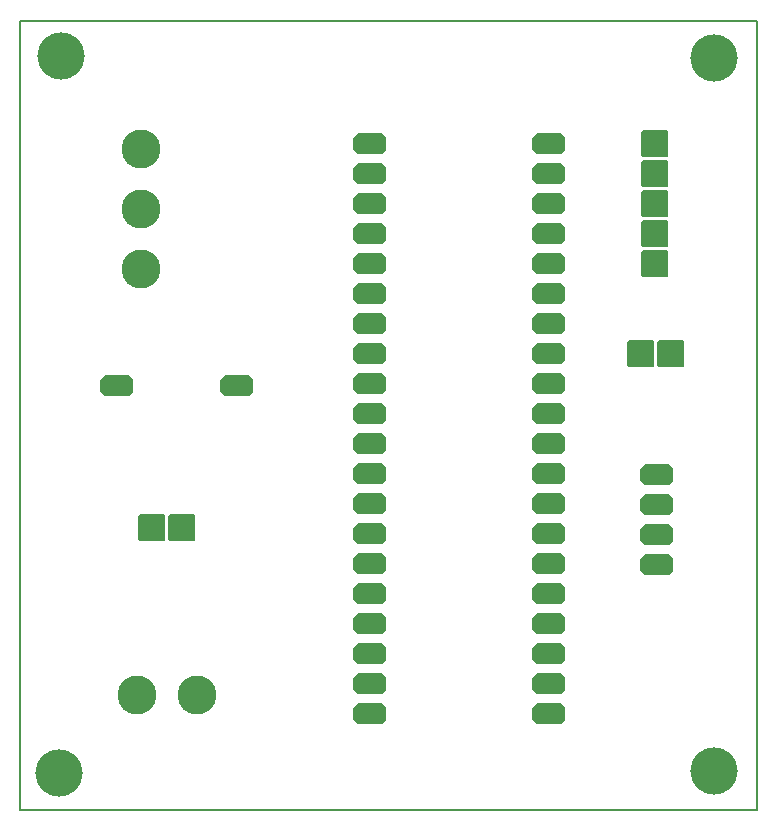
<source format=gbr>
G04 PROTEUS GERBER X2 FILE*
%TF.GenerationSoftware,Labcenter,Proteus,8.13-SP0-Build31525*%
%TF.CreationDate,2023-08-07T13:29:03+00:00*%
%TF.FileFunction,Soldermask,Top*%
%TF.FilePolarity,Negative*%
%TF.Part,Single*%
%TF.SameCoordinates,{815acf48-57e3-43f1-9c13-7170ba62ded0}*%
%FSLAX45Y45*%
%MOMM*%
G01*
%AMPPAD010*
4,1,8,
-1.397000,-0.509800,
-1.397000,0.509800,
-1.017800,0.889000,
1.017800,0.889000,
1.397000,0.509800,
1.397000,-0.509800,
1.017800,-0.889000,
-1.017800,-0.889000,
-1.397000,-0.509800,
0*%
%TA.AperFunction,Material*%
%ADD70PPAD010*%
%TA.AperFunction,Material*%
%ADD71C,3.302000*%
%TA.AperFunction,Material*%
%ADD20C,4.000000*%
%AMPPAD013*
4,1,36,
-1.016000,1.143000,
1.016000,1.143000,
1.041970,1.140470,
1.065980,1.133200,
1.087580,1.121650,
1.106290,1.106290,
1.121650,1.087570,
1.133200,1.065980,
1.140470,1.041970,
1.143000,1.016000,
1.143000,-1.016000,
1.140470,-1.041970,
1.133200,-1.065980,
1.121650,-1.087570,
1.106290,-1.106290,
1.087580,-1.121650,
1.065980,-1.133200,
1.041970,-1.140470,
1.016000,-1.143000,
-1.016000,-1.143000,
-1.041970,-1.140470,
-1.065980,-1.133200,
-1.087580,-1.121650,
-1.106290,-1.106290,
-1.121650,-1.087570,
-1.133200,-1.065980,
-1.140470,-1.041970,
-1.143000,-1.016000,
-1.143000,1.016000,
-1.140470,1.041970,
-1.133200,1.065980,
-1.121650,1.087570,
-1.106290,1.106290,
-1.087580,1.121650,
-1.065980,1.133200,
-1.041970,1.140470,
-1.016000,1.143000,
0*%
%TA.AperFunction,Material*%
%ADD21PPAD013*%
%AMPPAD014*
4,1,36,
1.143000,1.016000,
1.143000,-1.016000,
1.140470,-1.041970,
1.133200,-1.065980,
1.121650,-1.087580,
1.106290,-1.106290,
1.087570,-1.121650,
1.065980,-1.133200,
1.041970,-1.140470,
1.016000,-1.143000,
-1.016000,-1.143000,
-1.041970,-1.140470,
-1.065980,-1.133200,
-1.087570,-1.121650,
-1.106290,-1.106290,
-1.121650,-1.087580,
-1.133200,-1.065980,
-1.140470,-1.041970,
-1.143000,-1.016000,
-1.143000,1.016000,
-1.140470,1.041970,
-1.133200,1.065980,
-1.121650,1.087580,
-1.106290,1.106290,
-1.087570,1.121650,
-1.065980,1.133200,
-1.041970,1.140470,
-1.016000,1.143000,
1.016000,1.143000,
1.041970,1.140470,
1.065980,1.133200,
1.087570,1.121650,
1.106290,1.106290,
1.121650,1.087580,
1.133200,1.065980,
1.140470,1.041970,
1.143000,1.016000,
0*%
%TA.AperFunction,Material*%
%ADD22PPAD014*%
%TA.AperFunction,Profile*%
%ADD14C,0.203200*%
%TD.AperFunction*%
D70*
X+3200000Y+5760000D03*
X+3200000Y+5506000D03*
X+3200000Y+5252000D03*
X+3200000Y+4998000D03*
X+3200000Y+4744000D03*
X+3200000Y+4490000D03*
X+3200000Y+4236000D03*
X+3200000Y+3982000D03*
X+3200000Y+3728000D03*
X+3200000Y+3474000D03*
X+3200000Y+3220000D03*
X+3200000Y+2966000D03*
X+3200000Y+2712000D03*
X+3200000Y+2458000D03*
X+3200000Y+2204000D03*
X+3200000Y+1950000D03*
X+3200000Y+1696000D03*
X+3200000Y+1442000D03*
X+3200000Y+1188000D03*
X+3200000Y+934000D03*
X+4710000Y+5760000D03*
X+4710000Y+5506000D03*
X+4710000Y+5252000D03*
X+4710000Y+4998000D03*
X+4710000Y+4744000D03*
X+4710000Y+4490000D03*
X+4710000Y+4236000D03*
X+4710000Y+3982000D03*
X+4710000Y+3728000D03*
X+4710000Y+3474000D03*
X+4710000Y+3220000D03*
X+4710000Y+2966000D03*
X+4710000Y+2712000D03*
X+4710000Y+2458000D03*
X+4710000Y+2204000D03*
X+4710000Y+1950000D03*
X+4710000Y+1696000D03*
X+4710000Y+1442000D03*
X+4710000Y+1188000D03*
X+4710000Y+934000D03*
X+5630000Y+2960000D03*
X+5630000Y+2706000D03*
X+5630000Y+2452000D03*
X+5630000Y+2198000D03*
D71*
X+1220000Y+1090000D03*
X+1728000Y+1090000D03*
D70*
X+2070000Y+3710000D03*
X+1054000Y+3710000D03*
D71*
X+1260000Y+5720000D03*
X+1260000Y+5212000D03*
X+1260000Y+4704000D03*
D20*
X+580000Y+6500000D03*
X+6110000Y+6490000D03*
X+6110000Y+450000D03*
X+560000Y+430000D03*
D21*
X+1350000Y+2510000D03*
X+1604000Y+2510000D03*
D22*
X+5610000Y+5760000D03*
X+5610000Y+5506000D03*
X+5610000Y+5252000D03*
X+5610000Y+4998000D03*
X+5610000Y+4744000D03*
D21*
X+5490000Y+3980000D03*
X+5744000Y+3980000D03*
D14*
X+230000Y+120000D02*
X+6470000Y+120000D01*
X+6470000Y+6800000D01*
X+230000Y+6800000D01*
X+230000Y+120000D01*
M02*

</source>
